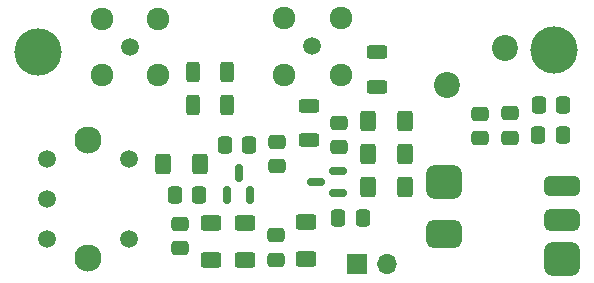
<source format=gbr>
%TF.GenerationSoftware,KiCad,Pcbnew,(6.0.5-0)*%
%TF.CreationDate,2022-07-01T09:39:55-05:00*%
%TF.ProjectId,AM_modulator,414d5f6d-6f64-4756-9c61-746f722e6b69,rev?*%
%TF.SameCoordinates,Original*%
%TF.FileFunction,Soldermask,Bot*%
%TF.FilePolarity,Negative*%
%FSLAX46Y46*%
G04 Gerber Fmt 4.6, Leading zero omitted, Abs format (unit mm)*
G04 Created by KiCad (PCBNEW (6.0.5-0)) date 2022-07-01 09:39:55*
%MOMM*%
%LPD*%
G01*
G04 APERTURE LIST*
G04 Aperture macros list*
%AMRoundRect*
0 Rectangle with rounded corners*
0 $1 Rounding radius*
0 $2 $3 $4 $5 $6 $7 $8 $9 X,Y pos of 4 corners*
0 Add a 4 corners polygon primitive as box body*
4,1,4,$2,$3,$4,$5,$6,$7,$8,$9,$2,$3,0*
0 Add four circle primitives for the rounded corners*
1,1,$1+$1,$2,$3*
1,1,$1+$1,$4,$5*
1,1,$1+$1,$6,$7*
1,1,$1+$1,$8,$9*
0 Add four rect primitives between the rounded corners*
20,1,$1+$1,$2,$3,$4,$5,0*
20,1,$1+$1,$4,$5,$6,$7,0*
20,1,$1+$1,$6,$7,$8,$9,0*
20,1,$1+$1,$8,$9,$2,$3,0*%
G04 Aperture macros list end*
%ADD10RoundRect,0.250000X0.625000X-0.400000X0.625000X0.400000X-0.625000X0.400000X-0.625000X-0.400000X0*%
%ADD11C,2.200000*%
%ADD12RoundRect,0.250000X-0.625000X0.312500X-0.625000X-0.312500X0.625000X-0.312500X0.625000X0.312500X0*%
%ADD13C,2.300000*%
%ADD14C,1.500000*%
%ADD15C,1.508000*%
%ADD16C,1.920000*%
%ADD17R,1.700000X1.700000*%
%ADD18O,1.700000X1.700000*%
%ADD19C,4.000000*%
%ADD20RoundRect,0.250000X-0.312500X-0.625000X0.312500X-0.625000X0.312500X0.625000X-0.312500X0.625000X0*%
%ADD21RoundRect,0.250000X0.312500X0.625000X-0.312500X0.625000X-0.312500X-0.625000X0.312500X-0.625000X0*%
%ADD22RoundRect,0.250000X0.475000X-0.337500X0.475000X0.337500X-0.475000X0.337500X-0.475000X-0.337500X0*%
%ADD23RoundRect,0.425000X-1.075000X-0.425000X1.075000X-0.425000X1.075000X0.425000X-1.075000X0.425000X0*%
%ADD24RoundRect,0.725000X-0.775000X-0.725000X0.775000X-0.725000X0.775000X0.725000X-0.775000X0.725000X0*%
%ADD25RoundRect,0.450000X-1.050000X-0.450000X1.050000X-0.450000X1.050000X0.450000X-1.050000X0.450000X0*%
%ADD26RoundRect,0.600000X-0.900000X-0.600000X0.900000X-0.600000X0.900000X0.600000X-0.900000X0.600000X0*%
%ADD27RoundRect,0.150000X0.150000X-0.587500X0.150000X0.587500X-0.150000X0.587500X-0.150000X-0.587500X0*%
%ADD28RoundRect,0.250000X-0.337500X-0.475000X0.337500X-0.475000X0.337500X0.475000X-0.337500X0.475000X0*%
%ADD29RoundRect,0.250000X-0.400000X-0.625000X0.400000X-0.625000X0.400000X0.625000X-0.400000X0.625000X0*%
%ADD30RoundRect,0.250000X-0.475000X0.337500X-0.475000X-0.337500X0.475000X-0.337500X0.475000X0.337500X0*%
%ADD31RoundRect,0.250000X0.625000X-0.312500X0.625000X0.312500X-0.625000X0.312500X-0.625000X-0.312500X0*%
%ADD32RoundRect,0.250000X-0.625000X0.400000X-0.625000X-0.400000X0.625000X-0.400000X0.625000X0.400000X0*%
%ADD33RoundRect,0.250000X0.337500X0.475000X-0.337500X0.475000X-0.337500X-0.475000X0.337500X-0.475000X0*%
%ADD34RoundRect,0.150000X0.587500X0.150000X-0.587500X0.150000X-0.587500X-0.150000X0.587500X-0.150000X0*%
%ADD35RoundRect,0.250000X0.400000X0.625000X-0.400000X0.625000X-0.400000X-0.625000X0.400000X-0.625000X0*%
G04 APERTURE END LIST*
D10*
%TO.C,RMc1*%
X74450000Y-73600000D03*
X74450000Y-70500000D03*
%TD*%
D11*
%TO.C,Lpi1*%
X91300000Y-55770000D03*
X86385000Y-58830000D03*
%TD*%
D12*
%TO.C,SW4*%
X80400000Y-56087500D03*
X80400000Y-59012500D03*
%TD*%
D13*
%TO.C,L1*%
X55950000Y-73500000D03*
D14*
X52450000Y-71900000D03*
X52450000Y-65100000D03*
X52450000Y-68500000D03*
D13*
X55950000Y-63500000D03*
D14*
X59450000Y-65100000D03*
X59450000Y-71900000D03*
%TD*%
D15*
%TO.C,J4*%
X74950000Y-55600000D03*
D16*
X77350000Y-58000000D03*
X77350000Y-53200000D03*
X72550000Y-53200000D03*
X72550000Y-58000000D03*
%TD*%
D17*
%TO.C,J2*%
X78700000Y-74050000D03*
D18*
X81240000Y-74050000D03*
%TD*%
D15*
%TO.C,J3*%
X59500000Y-55650000D03*
D16*
X61900000Y-58050000D03*
X61900000Y-53250000D03*
X57100000Y-53250000D03*
X57100000Y-58050000D03*
%TD*%
D19*
%TO.C,Antena+1*%
X95430000Y-55900000D03*
%TD*%
%TO.C,Antena-1*%
X51700000Y-56050000D03*
%TD*%
D20*
%TO.C,SW2*%
X64837500Y-57750000D03*
X67762500Y-57750000D03*
%TD*%
D21*
%TO.C,SW1*%
X67762500Y-60550000D03*
X64837500Y-60550000D03*
%TD*%
D22*
%TO.C,CMLO1*%
X77200000Y-62062500D03*
X77200000Y-64137500D03*
%TD*%
D23*
%TO.C,J1*%
X96100000Y-67410000D03*
D24*
X96100000Y-73610000D03*
X86100000Y-67110000D03*
D25*
X96100000Y-70310000D03*
D26*
X86100000Y-71510000D03*
%TD*%
D27*
%TO.C,Q1*%
X69653800Y-68218700D03*
X67753800Y-68218700D03*
X68703800Y-66343700D03*
%TD*%
D28*
%TO.C,CMa1*%
X79200000Y-70100000D03*
X77125000Y-70100000D03*
%TD*%
D29*
%TO.C,RMb2*%
X82750000Y-61900000D03*
X79650000Y-61900000D03*
%TD*%
D22*
%TO.C,C4*%
X71929600Y-65759700D03*
X71929600Y-63684700D03*
%TD*%
D30*
%TO.C,C5*%
X71855600Y-71578300D03*
X71855600Y-73653300D03*
%TD*%
D10*
%TO.C,R1*%
X69211800Y-73682600D03*
X69211800Y-70582600D03*
%TD*%
D31*
%TO.C,SW3*%
X74650000Y-63562500D03*
X74650000Y-60637500D03*
%TD*%
D22*
%TO.C,Cpi11*%
X91670000Y-63337500D03*
X91670000Y-61262500D03*
%TD*%
D28*
%TO.C,Cpi21*%
X94112500Y-60600000D03*
X96187500Y-60600000D03*
%TD*%
D32*
%TO.C,R2*%
X66392400Y-70582600D03*
X66392400Y-73682600D03*
%TD*%
D30*
%TO.C,Cpi1*%
X89170000Y-61312500D03*
X89170000Y-63387500D03*
%TD*%
D33*
%TO.C,C1*%
X69614300Y-63928400D03*
X67539300Y-63928400D03*
%TD*%
D28*
%TO.C,Cpi2*%
X94060000Y-63070000D03*
X96135000Y-63070000D03*
%TD*%
D34*
%TO.C,QM1*%
X75262500Y-67100000D03*
X77137500Y-68050000D03*
X77137500Y-66150000D03*
%TD*%
D33*
%TO.C,C2*%
X65372500Y-68195600D03*
X63297500Y-68195600D03*
%TD*%
D35*
%TO.C,RMb1*%
X79650000Y-64700000D03*
X82750000Y-64700000D03*
%TD*%
%TO.C,R3*%
X65402400Y-65579400D03*
X62302400Y-65579400D03*
%TD*%
D30*
%TO.C,C3*%
X63700000Y-70612500D03*
X63700000Y-72687500D03*
%TD*%
D29*
%TO.C,RMe1*%
X82750000Y-67500000D03*
X79650000Y-67500000D03*
%TD*%
M02*

</source>
